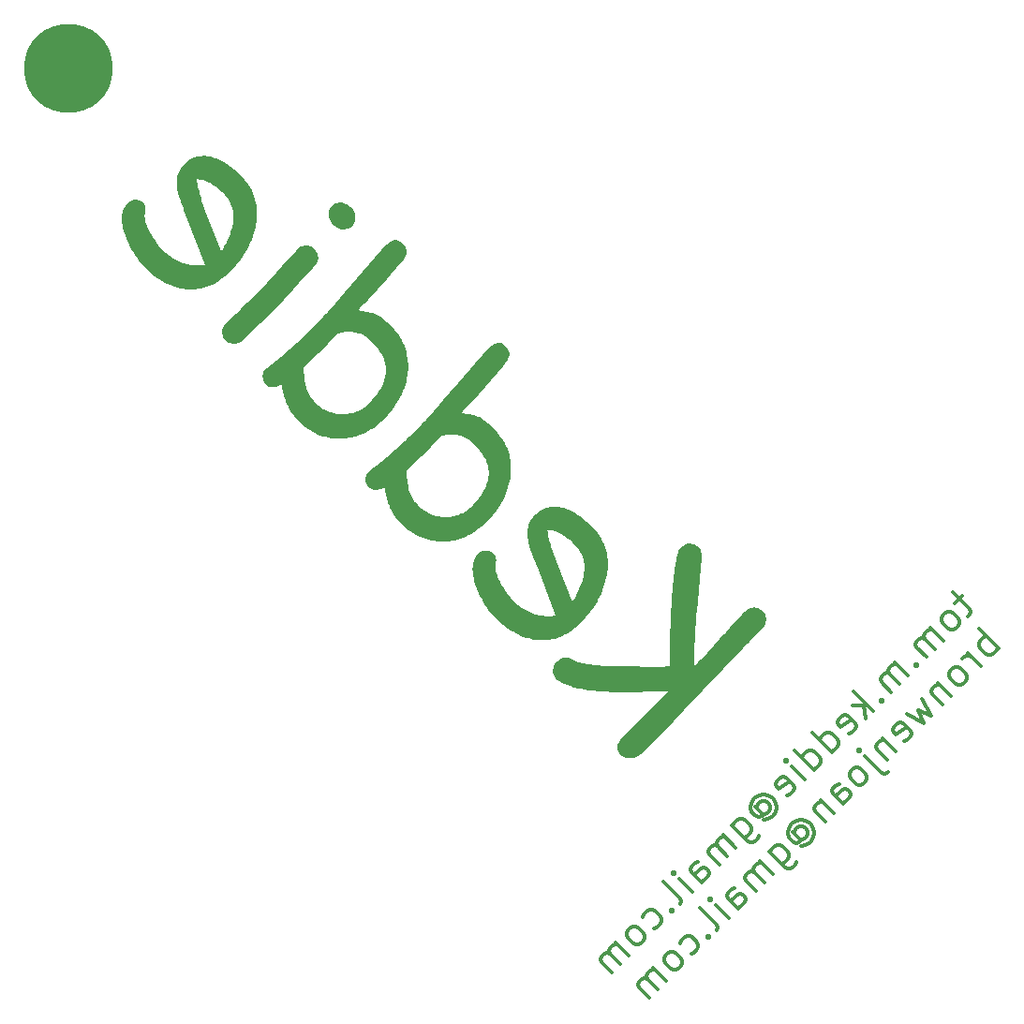
<source format=gbl>
G04 #@! TF.GenerationSoftware,KiCad,Pcbnew,7.0.7*
G04 #@! TF.CreationDate,2023-09-12T20:46:12-07:00*
G04 #@! TF.ProjectId,baggage-label,62616767-6167-4652-9d6c-6162656c2e6b,rev?*
G04 #@! TF.SameCoordinates,Original*
G04 #@! TF.FileFunction,Copper,L2,Bot*
G04 #@! TF.FilePolarity,Positive*
%FSLAX46Y46*%
G04 Gerber Fmt 4.6, Leading zero omitted, Abs format (unit mm)*
G04 Created by KiCad (PCBNEW 7.0.7) date 2023-09-12 20:46:12*
%MOMM*%
%LPD*%
G01*
G04 APERTURE LIST*
%ADD10C,0.150000*%
G04 #@! TA.AperFunction,NonConductor*
%ADD11C,0.150000*%
G04 #@! TD*
%ADD12C,0.300000*%
G04 #@! TA.AperFunction,NonConductor*
%ADD13C,0.300000*%
G04 #@! TD*
G04 #@! TA.AperFunction,ViaPad*
%ADD14C,8.010000*%
G04 #@! TD*
G04 APERTURE END LIST*
D10*
D11*
G36*
X104014127Y-115111908D02*
G01*
X104174096Y-115255427D01*
X104358330Y-115390310D01*
X104566829Y-115516558D01*
X104799593Y-115634170D01*
X105056622Y-115743148D01*
X105337917Y-115843490D01*
X105487664Y-115890423D01*
X105643477Y-115935197D01*
X105805356Y-115977812D01*
X105973302Y-116018268D01*
X106147313Y-116056566D01*
X106327392Y-116092704D01*
X106513536Y-116126684D01*
X106705747Y-116158505D01*
X106904024Y-116188167D01*
X107108367Y-116215671D01*
X107318777Y-116241015D01*
X107535253Y-116264201D01*
X107757795Y-116285228D01*
X107986403Y-116304096D01*
X108221078Y-116320805D01*
X108461819Y-116335356D01*
X108708626Y-116347747D01*
X108961500Y-116357980D01*
X109220440Y-116366054D01*
X109485446Y-116371969D01*
X114185806Y-116319467D01*
X114075275Y-116429999D01*
X109960732Y-120561121D01*
X109827422Y-120706331D01*
X109719711Y-120849744D01*
X109637597Y-120991360D01*
X109567932Y-121177386D01*
X109543775Y-121360217D01*
X109565126Y-121539852D01*
X109631984Y-121716293D01*
X109744351Y-121889538D01*
X109858491Y-122017376D01*
X110001850Y-122141576D01*
X110155598Y-122237845D01*
X110319736Y-122306186D01*
X110494264Y-122346596D01*
X110679180Y-122359077D01*
X110874486Y-122343628D01*
X110955518Y-122329628D01*
X111120789Y-122290135D01*
X111278100Y-122237284D01*
X111427450Y-122171076D01*
X111568839Y-122091510D01*
X111702268Y-121998586D01*
X111827736Y-121892304D01*
X111875694Y-121846052D01*
X111992392Y-121729143D01*
X112112441Y-121608462D01*
X112235842Y-121484009D01*
X112362595Y-121355783D01*
X112492699Y-121223785D01*
X112626155Y-121088014D01*
X112762962Y-120948470D01*
X112903121Y-120805154D01*
X113046631Y-120658065D01*
X113193493Y-120507204D01*
X113343707Y-120352570D01*
X113497272Y-120194164D01*
X113654188Y-120031985D01*
X113814457Y-119866034D01*
X113978076Y-119696310D01*
X114145048Y-119522814D01*
X114315371Y-119345545D01*
X114489045Y-119164503D01*
X114666072Y-118979689D01*
X114846449Y-118791102D01*
X115030178Y-118598743D01*
X115217259Y-118402612D01*
X115407692Y-118202707D01*
X115601476Y-117999031D01*
X115798611Y-117791581D01*
X115999098Y-117580359D01*
X116202937Y-117365365D01*
X116410127Y-117146598D01*
X116620669Y-116924059D01*
X116834563Y-116697747D01*
X117051807Y-116467662D01*
X117272404Y-116233805D01*
X117492995Y-115999613D01*
X117710224Y-115769215D01*
X117924090Y-115542612D01*
X118134594Y-115319803D01*
X118341736Y-115100787D01*
X118545515Y-114885566D01*
X118745932Y-114674139D01*
X118942987Y-114466507D01*
X119136679Y-114262668D01*
X119327009Y-114062623D01*
X119513977Y-113866373D01*
X119697582Y-113673917D01*
X119877824Y-113485255D01*
X120054705Y-113300386D01*
X120228223Y-113119313D01*
X120398379Y-112942033D01*
X120565172Y-112768547D01*
X120728603Y-112598856D01*
X120888671Y-112432958D01*
X121045378Y-112270855D01*
X121198721Y-112112546D01*
X121348703Y-111958031D01*
X121495322Y-111807310D01*
X121638579Y-111660383D01*
X121778473Y-111517251D01*
X121915005Y-111377912D01*
X122048175Y-111242368D01*
X122177982Y-111110618D01*
X122304427Y-110982661D01*
X122427509Y-110858500D01*
X122547230Y-110738132D01*
X122663587Y-110621558D01*
X122778642Y-110490960D01*
X122870964Y-110352007D01*
X122940554Y-110204700D01*
X122987411Y-110049038D01*
X123011536Y-109885022D01*
X123014526Y-109828493D01*
X123008697Y-109661141D01*
X122978775Y-109503115D01*
X122924762Y-109354416D01*
X122846656Y-109215042D01*
X122744457Y-109084995D01*
X122705037Y-109043718D01*
X122575281Y-108930671D01*
X122436782Y-108842300D01*
X122289539Y-108778604D01*
X122133553Y-108739583D01*
X121968825Y-108725238D01*
X121911972Y-108725939D01*
X121745171Y-108742487D01*
X121586724Y-108781767D01*
X121436632Y-108843779D01*
X121294894Y-108928523D01*
X121161511Y-109036000D01*
X121118907Y-109076878D01*
X120969228Y-109228160D01*
X120806191Y-109396005D01*
X120690079Y-109517105D01*
X120568030Y-109645565D01*
X120440044Y-109781388D01*
X120306121Y-109924571D01*
X120166262Y-110075117D01*
X120020466Y-110233024D01*
X119868733Y-110398293D01*
X119711064Y-110570923D01*
X119547457Y-110750915D01*
X119377914Y-110938268D01*
X119202434Y-111132983D01*
X119021018Y-111335060D01*
X118833664Y-111544498D01*
X118653057Y-111747794D01*
X118477372Y-111944571D01*
X118306609Y-112134828D01*
X118140769Y-112318565D01*
X117979850Y-112495783D01*
X117823854Y-112666481D01*
X117672779Y-112830659D01*
X117526627Y-112988318D01*
X117385397Y-113139457D01*
X117249089Y-113284077D01*
X117117703Y-113422176D01*
X116991239Y-113553757D01*
X116869697Y-113678817D01*
X116753078Y-113797358D01*
X116641380Y-113909379D01*
X116534605Y-114014881D01*
X116533515Y-113753415D01*
X116534389Y-113485754D01*
X116537228Y-113211896D01*
X116542031Y-112931843D01*
X116548799Y-112645594D01*
X116557532Y-112353149D01*
X116568229Y-112054509D01*
X116580890Y-111749672D01*
X116595516Y-111438640D01*
X116603566Y-111280800D01*
X116612107Y-111121412D01*
X116621139Y-110960474D01*
X116630662Y-110797988D01*
X116640676Y-110633952D01*
X116651181Y-110468368D01*
X116662178Y-110301235D01*
X116673666Y-110132552D01*
X116685644Y-109962321D01*
X116698114Y-109790541D01*
X116711075Y-109617212D01*
X116724527Y-109442334D01*
X116738471Y-109265907D01*
X116752905Y-109087931D01*
X117206085Y-104174797D01*
X117212454Y-103999662D01*
X117200472Y-103836941D01*
X117161872Y-103658061D01*
X117096849Y-103497056D01*
X117005401Y-103353926D01*
X116929756Y-103268437D01*
X116807674Y-103163259D01*
X116673547Y-103079842D01*
X116527373Y-103018186D01*
X116369153Y-102978291D01*
X116198887Y-102960157D01*
X116139454Y-102958948D01*
X115962970Y-102970153D01*
X115796201Y-103005838D01*
X115639147Y-103066004D01*
X115491808Y-103150652D01*
X115354183Y-103259780D01*
X115310466Y-103301597D01*
X115213101Y-103434226D01*
X115119961Y-103633159D01*
X115060216Y-103802616D01*
X115002349Y-104001541D01*
X114946360Y-104229933D01*
X114892249Y-104487794D01*
X114840016Y-104775122D01*
X114814604Y-104929837D01*
X114789661Y-105091919D01*
X114765188Y-105261367D01*
X114741185Y-105438183D01*
X114717651Y-105622365D01*
X114694587Y-105813915D01*
X114671992Y-106012832D01*
X114649867Y-106219115D01*
X114628211Y-106432766D01*
X114607025Y-106653783D01*
X114586308Y-106882168D01*
X114566061Y-107117919D01*
X114546284Y-107361038D01*
X114526976Y-107611523D01*
X114508137Y-107869375D01*
X114489769Y-108134595D01*
X114478694Y-108318899D01*
X114467921Y-108503257D01*
X114457451Y-108687669D01*
X114447283Y-108872135D01*
X114437417Y-109056655D01*
X114427854Y-109241229D01*
X114418592Y-109425857D01*
X114409633Y-109610538D01*
X114400976Y-109795274D01*
X114392622Y-109980064D01*
X114384569Y-110164908D01*
X114376819Y-110349805D01*
X114369371Y-110534757D01*
X114362225Y-110719763D01*
X114355382Y-110904822D01*
X114348841Y-111089936D01*
X114342602Y-111275104D01*
X114336665Y-111460325D01*
X114331030Y-111645601D01*
X114325698Y-111830930D01*
X114320668Y-112016314D01*
X114315940Y-112201751D01*
X114311515Y-112387242D01*
X114307391Y-112572788D01*
X114303570Y-112758387D01*
X114300051Y-112944040D01*
X114296835Y-113129748D01*
X114293920Y-113315509D01*
X114291308Y-113501324D01*
X114288998Y-113687193D01*
X114286990Y-113873117D01*
X114285285Y-114059094D01*
X114036686Y-114065948D01*
X113773083Y-114071313D01*
X113494476Y-114075188D01*
X113200865Y-114077573D01*
X112892251Y-114078469D01*
X112732317Y-114078359D01*
X112568633Y-114077875D01*
X112401197Y-114077020D01*
X112230011Y-114075792D01*
X112055073Y-114074192D01*
X111876385Y-114072219D01*
X111693945Y-114069874D01*
X111507755Y-114067157D01*
X111317814Y-114064067D01*
X111124122Y-114060605D01*
X110926678Y-114056770D01*
X110725484Y-114052563D01*
X110520539Y-114047984D01*
X110311843Y-114043032D01*
X110099396Y-114037708D01*
X109883198Y-114032011D01*
X109663249Y-114025942D01*
X109439550Y-114019501D01*
X109212099Y-114012687D01*
X108980897Y-114005501D01*
X108745944Y-113997942D01*
X108507241Y-113990011D01*
X106998483Y-113868427D01*
X106802505Y-113841096D01*
X106609722Y-113806080D01*
X106420135Y-113763378D01*
X106233742Y-113712991D01*
X106050544Y-113654919D01*
X105870542Y-113589161D01*
X105693734Y-113515718D01*
X105520122Y-113434590D01*
X105368896Y-113366554D01*
X105173911Y-113302740D01*
X104986525Y-113269666D01*
X104806739Y-113267335D01*
X104634551Y-113295745D01*
X104469963Y-113354897D01*
X104312973Y-113444790D01*
X104163582Y-113565425D01*
X104127422Y-113600387D01*
X104019014Y-113724398D01*
X103928325Y-113861896D01*
X103855354Y-114012881D01*
X103800102Y-114177354D01*
X103776484Y-114277394D01*
X103755371Y-114459123D01*
X103764567Y-114629195D01*
X103804074Y-114787610D01*
X103873890Y-114934367D01*
X103974016Y-115069466D01*
X104014127Y-115111908D01*
G37*
G36*
X104001865Y-99617610D02*
G01*
X104183735Y-99631653D01*
X104368908Y-99658066D01*
X104557384Y-99696849D01*
X104749163Y-99748003D01*
X104906120Y-99798551D01*
X105063358Y-99856246D01*
X105220876Y-99921086D01*
X105378676Y-99993072D01*
X105536755Y-100072204D01*
X105695116Y-100158481D01*
X105853757Y-100251904D01*
X106012678Y-100352473D01*
X106171881Y-100460187D01*
X106331364Y-100575047D01*
X106491127Y-100697053D01*
X106651172Y-100826205D01*
X106811497Y-100962502D01*
X106972102Y-101105945D01*
X107132988Y-101256533D01*
X107294155Y-101414268D01*
X107403219Y-101526251D01*
X107608393Y-101754784D01*
X107796297Y-101989405D01*
X107966931Y-102230114D01*
X108120293Y-102476910D01*
X108256385Y-102729795D01*
X108375207Y-102988767D01*
X108476758Y-103253827D01*
X108561038Y-103524975D01*
X108628048Y-103802211D01*
X108677788Y-104085535D01*
X108710256Y-104374947D01*
X108725454Y-104670446D01*
X108723382Y-104972034D01*
X108704039Y-105279709D01*
X108687891Y-105435830D01*
X108667425Y-105593472D01*
X108642642Y-105752637D01*
X108587560Y-106044628D01*
X108519719Y-106334094D01*
X108439119Y-106621034D01*
X108345761Y-106905448D01*
X108239644Y-107187336D01*
X108120768Y-107466698D01*
X107989134Y-107743535D01*
X107844741Y-108017846D01*
X107767760Y-108154054D01*
X107687590Y-108289631D01*
X107604230Y-108424576D01*
X107517680Y-108558890D01*
X107427940Y-108692572D01*
X107335011Y-108825623D01*
X107238892Y-108958043D01*
X107139584Y-109089831D01*
X107037085Y-109220987D01*
X106931398Y-109351512D01*
X106822520Y-109481406D01*
X106710453Y-109610668D01*
X106595196Y-109739299D01*
X106476750Y-109867298D01*
X106355113Y-109994666D01*
X106230288Y-110121402D01*
X106009699Y-110332708D01*
X105785916Y-110528642D01*
X105558937Y-110709206D01*
X105328764Y-110874399D01*
X105095395Y-111024222D01*
X104858831Y-111158673D01*
X104619072Y-111277754D01*
X104376119Y-111381463D01*
X104129970Y-111469802D01*
X103880626Y-111542771D01*
X103628087Y-111600368D01*
X103372353Y-111642595D01*
X103113423Y-111669450D01*
X102851299Y-111680935D01*
X102585980Y-111677049D01*
X102317466Y-111657793D01*
X102072353Y-111625497D01*
X101828881Y-111581111D01*
X101587050Y-111524636D01*
X101346859Y-111456072D01*
X101108309Y-111375419D01*
X100871400Y-111282676D01*
X100636132Y-111177843D01*
X100402504Y-111060921D01*
X100170517Y-110931910D01*
X99940171Y-110790810D01*
X99711465Y-110637620D01*
X99484400Y-110472340D01*
X99258976Y-110294971D01*
X99035192Y-110105513D01*
X98813050Y-109903966D01*
X98592548Y-109690328D01*
X98453876Y-109547317D01*
X98319025Y-109399449D01*
X98187995Y-109246723D01*
X98060786Y-109089140D01*
X97937399Y-108926699D01*
X97817833Y-108759401D01*
X97702087Y-108587246D01*
X97590163Y-108410233D01*
X97482060Y-108228363D01*
X97377778Y-108041636D01*
X97277318Y-107850051D01*
X97180678Y-107653609D01*
X97087859Y-107452310D01*
X96998862Y-107246153D01*
X96913686Y-107035139D01*
X96832330Y-106819268D01*
X96746517Y-106568456D01*
X96673527Y-106326538D01*
X96613361Y-106093515D01*
X96566018Y-105869386D01*
X96531498Y-105654151D01*
X96509802Y-105447811D01*
X96500930Y-105250365D01*
X96504880Y-105061814D01*
X96521654Y-104882157D01*
X96551252Y-104711394D01*
X96593673Y-104549525D01*
X96648917Y-104396551D01*
X96716984Y-104252471D01*
X96797876Y-104117286D01*
X96891590Y-103990995D01*
X96998128Y-103873598D01*
X97091443Y-103790807D01*
X97233871Y-103698474D01*
X97390051Y-103633645D01*
X97559983Y-103596319D01*
X97716584Y-103586216D01*
X97821200Y-103589799D01*
X97992435Y-103616642D01*
X98148597Y-103669665D01*
X98289684Y-103748869D01*
X98415697Y-103854255D01*
X98514236Y-103980967D01*
X98581883Y-104133132D01*
X98618637Y-104310749D01*
X98625667Y-104478206D01*
X98611243Y-104663338D01*
X98584258Y-104824171D01*
X98570484Y-104908688D01*
X98561849Y-105089511D01*
X98578429Y-105286051D01*
X98607411Y-105443769D01*
X98650577Y-105610327D01*
X98707926Y-105785726D01*
X98779458Y-105969965D01*
X98865174Y-106163045D01*
X98965074Y-106364965D01*
X99039553Y-106504490D01*
X99120336Y-106647944D01*
X99219864Y-106816607D01*
X99319488Y-106978567D01*
X99419209Y-107133824D01*
X99519028Y-107282378D01*
X99618943Y-107424229D01*
X99718956Y-107559377D01*
X99819066Y-107687821D01*
X99919273Y-107809563D01*
X100053034Y-107961457D01*
X100186967Y-108101435D01*
X100295124Y-108207153D01*
X100458817Y-108358038D01*
X100624258Y-108499695D01*
X100791448Y-108632122D01*
X100960387Y-108755321D01*
X101131074Y-108869291D01*
X101303510Y-108974031D01*
X101477695Y-109069543D01*
X101653628Y-109155826D01*
X101831310Y-109232879D01*
X102010740Y-109300704D01*
X102131310Y-109340146D01*
X102313542Y-109391780D01*
X102497425Y-109434379D01*
X102682960Y-109467943D01*
X102870146Y-109492472D01*
X103058983Y-109507967D01*
X103249472Y-109514428D01*
X103441613Y-109511853D01*
X103635405Y-109500244D01*
X103830849Y-109479600D01*
X104027944Y-109449922D01*
X102364442Y-105177872D01*
X102277614Y-104956506D01*
X102195363Y-104744208D01*
X102117688Y-104540976D01*
X102044591Y-104346812D01*
X101976070Y-104161714D01*
X101912125Y-103985684D01*
X101852758Y-103818721D01*
X101797967Y-103660825D01*
X101724362Y-103440981D01*
X101661054Y-103241538D01*
X101608044Y-103062496D01*
X101565332Y-102903855D01*
X101524401Y-102724068D01*
X101510719Y-102629625D01*
X101489347Y-102445046D01*
X101475962Y-102266209D01*
X101470565Y-102093115D01*
X101473156Y-101925763D01*
X101483734Y-101764154D01*
X101490953Y-101709940D01*
X103251459Y-101709940D01*
X103281469Y-101918976D01*
X103322797Y-102145061D01*
X103356636Y-102305257D01*
X103395506Y-102473030D01*
X103439406Y-102648380D01*
X103488335Y-102831308D01*
X103542295Y-103021813D01*
X103601285Y-103219896D01*
X103665305Y-103425556D01*
X103734355Y-103638794D01*
X103808435Y-103859609D01*
X103887545Y-104088001D01*
X103971685Y-104323972D01*
X104060855Y-104567519D01*
X104155055Y-104818644D01*
X105486962Y-108256180D01*
X105615649Y-108047616D01*
X105736436Y-107841945D01*
X105849320Y-107639167D01*
X105954304Y-107439281D01*
X106051386Y-107242289D01*
X106140567Y-107048189D01*
X106221847Y-106856982D01*
X106295225Y-106668668D01*
X106360702Y-106483247D01*
X106418278Y-106300719D01*
X106467952Y-106121083D01*
X106509726Y-105944340D01*
X106543598Y-105770490D01*
X106569568Y-105599533D01*
X106587638Y-105431469D01*
X106597806Y-105266297D01*
X106600461Y-105103652D01*
X106595301Y-104943856D01*
X106582327Y-104786909D01*
X106548212Y-104556833D01*
X106496514Y-104333168D01*
X106427232Y-104115915D01*
X106340366Y-103905074D01*
X106235917Y-103700644D01*
X106113884Y-103502626D01*
X106022760Y-103374176D01*
X105923821Y-103248576D01*
X105817068Y-103125825D01*
X105702499Y-103005924D01*
X105551738Y-102859675D01*
X105400652Y-102722125D01*
X105249243Y-102593276D01*
X105097511Y-102473127D01*
X104945454Y-102361678D01*
X104793073Y-102258929D01*
X104640369Y-102164879D01*
X104487341Y-102079530D01*
X104333989Y-102002881D01*
X104180313Y-101934933D01*
X104026314Y-101875684D01*
X103871990Y-101825135D01*
X103717343Y-101783286D01*
X103562372Y-101750137D01*
X103407077Y-101725689D01*
X103251459Y-101709940D01*
X101490953Y-101709940D01*
X101514578Y-101532507D01*
X101563395Y-101313780D01*
X101630183Y-101107974D01*
X101714944Y-100915089D01*
X101817677Y-100735124D01*
X101938382Y-100568080D01*
X102077059Y-100413956D01*
X102219293Y-100279558D01*
X102364830Y-100157531D01*
X102513670Y-100047874D01*
X102665813Y-99950586D01*
X102821259Y-99865669D01*
X102980008Y-99793122D01*
X103142060Y-99732945D01*
X103307415Y-99685138D01*
X103476073Y-99649701D01*
X103648034Y-99626634D01*
X103823298Y-99615937D01*
X104001865Y-99617610D01*
G37*
G36*
X99071806Y-84849884D02*
G01*
X99251420Y-84935546D01*
X99385224Y-85029714D01*
X99518251Y-85149529D01*
X99589578Y-85226210D01*
X99704255Y-85383718D01*
X99781627Y-85546752D01*
X99821695Y-85715313D01*
X99824458Y-85889400D01*
X99789917Y-86069014D01*
X99718071Y-86254155D01*
X99639706Y-86396637D01*
X99540357Y-86542228D01*
X99409964Y-86709602D01*
X99262646Y-86893253D01*
X99098403Y-87093181D01*
X98917234Y-87309387D01*
X98719141Y-87541871D01*
X98613747Y-87664217D01*
X98504122Y-87790632D01*
X98390266Y-87921117D01*
X98272178Y-88055671D01*
X98149860Y-88194294D01*
X98023309Y-88336987D01*
X97892528Y-88483749D01*
X97757515Y-88634580D01*
X97618271Y-88789481D01*
X97474796Y-88948451D01*
X97327089Y-89111491D01*
X97175151Y-89278600D01*
X97018982Y-89449779D01*
X96858582Y-89625026D01*
X96693950Y-89804343D01*
X96525087Y-89987730D01*
X96351992Y-90175186D01*
X96174667Y-90366711D01*
X95993110Y-90562306D01*
X95807322Y-90761970D01*
X95617302Y-90965703D01*
X95423051Y-91173506D01*
X96688639Y-91366937D01*
X96833866Y-91412410D01*
X96981473Y-91470074D01*
X97131459Y-91539931D01*
X97283826Y-91621980D01*
X97438573Y-91716221D01*
X97595701Y-91822653D01*
X97755208Y-91941278D01*
X97917095Y-92072094D01*
X98081363Y-92215103D01*
X98248010Y-92370303D01*
X98360431Y-92480544D01*
X98572309Y-92702222D01*
X98769269Y-92928586D01*
X98951311Y-93159633D01*
X99118437Y-93395366D01*
X99270644Y-93635783D01*
X99407935Y-93880885D01*
X99530308Y-94130672D01*
X99637763Y-94385143D01*
X99730301Y-94644299D01*
X99807921Y-94908139D01*
X99870624Y-95176664D01*
X99918410Y-95449874D01*
X99951278Y-95727768D01*
X99969228Y-96010347D01*
X99972262Y-96297611D01*
X99960377Y-96589559D01*
X99948822Y-96736440D01*
X99914411Y-97028615D01*
X99864930Y-97318675D01*
X99800382Y-97606618D01*
X99720764Y-97892446D01*
X99626078Y-98176159D01*
X99516324Y-98457755D01*
X99391501Y-98737237D01*
X99251609Y-99014602D01*
X99176012Y-99152491D01*
X99096649Y-99289852D01*
X99013518Y-99426683D01*
X98926620Y-99562986D01*
X98835955Y-99698760D01*
X98741522Y-99834005D01*
X98643323Y-99968720D01*
X98541357Y-100102907D01*
X98435623Y-100236566D01*
X98326122Y-100369695D01*
X98212854Y-100502295D01*
X98095819Y-100634366D01*
X97975016Y-100765909D01*
X97850447Y-100896922D01*
X97722110Y-101027407D01*
X97505095Y-101235917D01*
X97284431Y-101431063D01*
X97060118Y-101612847D01*
X96832158Y-101781268D01*
X96600548Y-101936325D01*
X96365291Y-102078019D01*
X96126385Y-102206350D01*
X95883830Y-102321319D01*
X95637627Y-102422923D01*
X95387776Y-102511165D01*
X95134276Y-102586044D01*
X94877128Y-102647560D01*
X94616332Y-102695712D01*
X94351887Y-102730502D01*
X94083794Y-102751928D01*
X93812052Y-102759991D01*
X93547780Y-102756051D01*
X93287588Y-102739396D01*
X93031476Y-102710025D01*
X92779444Y-102667939D01*
X92531492Y-102613137D01*
X92287621Y-102545620D01*
X92047830Y-102465388D01*
X91812119Y-102372439D01*
X91580488Y-102266776D01*
X91352937Y-102148397D01*
X91129467Y-102017302D01*
X90910077Y-101873492D01*
X90694767Y-101716967D01*
X90483537Y-101547726D01*
X90276387Y-101365770D01*
X90073317Y-101171098D01*
X89992577Y-101088523D01*
X89875677Y-100961989D01*
X89763828Y-100832249D01*
X89657032Y-100699304D01*
X89555286Y-100563152D01*
X89458593Y-100423795D01*
X89366951Y-100281232D01*
X89280360Y-100135463D01*
X89198821Y-99986488D01*
X89122334Y-99834307D01*
X89050899Y-99678920D01*
X89005488Y-99574077D01*
X88940651Y-99414829D01*
X88879748Y-99253200D01*
X88822779Y-99089192D01*
X88769745Y-98922804D01*
X88720645Y-98754035D01*
X88675480Y-98582886D01*
X88634249Y-98409357D01*
X88596953Y-98233448D01*
X88563591Y-98055159D01*
X88534163Y-97874490D01*
X88419854Y-97930166D01*
X88254947Y-97999675D01*
X88097909Y-98052377D01*
X87900765Y-98096504D01*
X87717610Y-98110752D01*
X87548445Y-98095122D01*
X87393269Y-98049614D01*
X87252082Y-97974228D01*
X87124884Y-97868964D01*
X87057313Y-97795089D01*
X86959634Y-97656042D01*
X86888137Y-97504565D01*
X86842821Y-97340659D01*
X86823685Y-97164324D01*
X86826465Y-97035766D01*
X86857104Y-96864852D01*
X86918949Y-96704517D01*
X86983777Y-96600181D01*
X90537550Y-96600181D01*
X90545840Y-96763647D01*
X90553105Y-96830678D01*
X90575027Y-97023742D01*
X90597145Y-97204759D01*
X90619456Y-97373730D01*
X90641962Y-97530655D01*
X90672272Y-97721149D01*
X90702927Y-97890228D01*
X90741732Y-98071461D01*
X90789010Y-98244771D01*
X90851054Y-98414325D01*
X90926656Y-98583102D01*
X91015816Y-98751102D01*
X91118533Y-98918324D01*
X91234807Y-99084769D01*
X91330909Y-99209093D01*
X91434638Y-99332980D01*
X91545993Y-99456429D01*
X91664974Y-99579442D01*
X91785900Y-99694971D01*
X91910345Y-99803225D01*
X92038310Y-99904204D01*
X92169793Y-99997908D01*
X92304795Y-100084336D01*
X92443315Y-100163489D01*
X92585355Y-100235367D01*
X92730914Y-100299970D01*
X92879991Y-100357298D01*
X93032587Y-100407350D01*
X93188703Y-100450127D01*
X93348337Y-100485629D01*
X93511490Y-100513855D01*
X93678162Y-100534807D01*
X93848352Y-100548483D01*
X94022062Y-100554884D01*
X94195459Y-100553481D01*
X94365401Y-100544435D01*
X94531889Y-100527747D01*
X94694924Y-100503418D01*
X94854504Y-100471445D01*
X95010630Y-100431831D01*
X95163302Y-100384574D01*
X95312520Y-100329676D01*
X95458283Y-100267134D01*
X95600593Y-100196951D01*
X95739448Y-100119126D01*
X95874850Y-100033658D01*
X96006797Y-99940548D01*
X96135290Y-99839796D01*
X96260329Y-99731401D01*
X96381914Y-99615364D01*
X96562272Y-99429911D01*
X96731686Y-99245213D01*
X96890154Y-99061270D01*
X97037677Y-98878084D01*
X97174255Y-98695652D01*
X97299888Y-98513977D01*
X97414575Y-98333056D01*
X97518318Y-98152892D01*
X97611115Y-97973483D01*
X97692966Y-97794830D01*
X97763873Y-97616932D01*
X97823834Y-97439790D01*
X97872850Y-97263403D01*
X97910921Y-97087772D01*
X97938047Y-96912897D01*
X97954227Y-96738777D01*
X97959829Y-96565024D01*
X97954529Y-96391941D01*
X97938327Y-96219526D01*
X97911223Y-96047781D01*
X97873217Y-95876705D01*
X97824309Y-95706299D01*
X97764499Y-95536561D01*
X97693787Y-95367493D01*
X97612172Y-95199094D01*
X97519656Y-95031365D01*
X97416238Y-94864304D01*
X97301917Y-94697913D01*
X97176695Y-94532191D01*
X97040570Y-94367138D01*
X96893544Y-94202755D01*
X96735615Y-94039040D01*
X96649877Y-93955656D01*
X96519692Y-93837825D01*
X96387613Y-93728688D01*
X96253639Y-93628246D01*
X96117771Y-93536499D01*
X95980008Y-93453446D01*
X95840352Y-93379089D01*
X95651196Y-93293470D01*
X95458672Y-93223308D01*
X95262780Y-93168603D01*
X95163248Y-93146724D01*
X94961786Y-93114687D01*
X94757130Y-93098280D01*
X94549279Y-93097503D01*
X94391293Y-93107177D01*
X94231511Y-93125643D01*
X94069931Y-93152901D01*
X93906554Y-93188950D01*
X93741380Y-93233792D01*
X93574409Y-93287425D01*
X92712261Y-94177205D01*
X91858404Y-95047642D01*
X90551367Y-96310467D01*
X90540875Y-96443510D01*
X90537550Y-96600181D01*
X86983777Y-96600181D01*
X87011999Y-96554759D01*
X87116594Y-96434815D01*
X87181389Y-96374581D01*
X87307262Y-96271781D01*
X87405491Y-96203133D01*
X87607923Y-96057045D01*
X87818322Y-95899235D01*
X88036687Y-95729703D01*
X88263018Y-95548448D01*
X88497315Y-95355471D01*
X88617451Y-95254587D01*
X88739578Y-95150772D01*
X88863697Y-95044026D01*
X88989807Y-94934350D01*
X89117909Y-94821743D01*
X89248002Y-94706206D01*
X89380087Y-94587737D01*
X89514163Y-94466339D01*
X89650231Y-94342010D01*
X89788291Y-94214750D01*
X89928341Y-94084559D01*
X90070384Y-93951438D01*
X90214418Y-93815386D01*
X90360443Y-93676404D01*
X90508460Y-93534491D01*
X90658469Y-93389648D01*
X90810469Y-93241874D01*
X90964460Y-93091169D01*
X91120443Y-92937534D01*
X91278418Y-92780968D01*
X91438384Y-92621471D01*
X91580315Y-92478806D01*
X91721492Y-92335428D01*
X91861912Y-92191337D01*
X92001577Y-92046534D01*
X92140487Y-91901019D01*
X92278640Y-91754791D01*
X92416039Y-91607850D01*
X92552681Y-91460198D01*
X92688568Y-91311833D01*
X92823700Y-91162755D01*
X92958076Y-91012965D01*
X93091696Y-90862463D01*
X93224561Y-90711248D01*
X93356670Y-90559321D01*
X93488023Y-90406682D01*
X93618621Y-90253330D01*
X93826740Y-90007130D01*
X94030384Y-89766613D01*
X94229554Y-89531779D01*
X94424251Y-89302628D01*
X94614472Y-89079160D01*
X94800220Y-88861375D01*
X94981494Y-88649274D01*
X95158293Y-88442855D01*
X95330619Y-88242120D01*
X95498470Y-88047068D01*
X95661847Y-87857698D01*
X95820749Y-87674012D01*
X95975178Y-87496009D01*
X96125133Y-87323689D01*
X96270613Y-87157053D01*
X96411619Y-86996099D01*
X96548151Y-86840828D01*
X96680209Y-86691241D01*
X96807793Y-86547337D01*
X96930902Y-86409115D01*
X97049538Y-86276577D01*
X97163699Y-86149722D01*
X97378599Y-85913061D01*
X97575602Y-85699133D01*
X97754709Y-85507937D01*
X97915919Y-85339473D01*
X98059232Y-85193742D01*
X98199771Y-85065637D01*
X98339534Y-84963179D01*
X98524674Y-84866464D01*
X98708433Y-84815343D01*
X98890810Y-84809817D01*
X99071806Y-84849884D01*
G37*
G36*
X89776091Y-75554169D02*
G01*
X89955705Y-75639831D01*
X90089508Y-75733999D01*
X90222535Y-75853813D01*
X90293862Y-75930495D01*
X90408539Y-76088002D01*
X90485911Y-76251037D01*
X90525979Y-76419597D01*
X90528742Y-76593685D01*
X90494201Y-76773299D01*
X90422356Y-76958439D01*
X90343990Y-77100922D01*
X90244641Y-77246513D01*
X90114248Y-77413886D01*
X89966930Y-77597537D01*
X89802687Y-77797466D01*
X89621519Y-78013672D01*
X89423425Y-78246155D01*
X89318032Y-78368501D01*
X89208407Y-78494916D01*
X89094550Y-78625401D01*
X88976463Y-78759955D01*
X88854144Y-78898578D01*
X88727594Y-79041271D01*
X88596812Y-79188033D01*
X88461800Y-79338865D01*
X88322556Y-79493766D01*
X88179080Y-79652736D01*
X88031374Y-79815776D01*
X87879436Y-79982885D01*
X87723267Y-80154063D01*
X87562866Y-80329311D01*
X87398234Y-80508628D01*
X87229371Y-80692014D01*
X87056277Y-80879470D01*
X86878951Y-81070996D01*
X86697394Y-81266590D01*
X86511606Y-81466254D01*
X86321586Y-81669988D01*
X86127336Y-81877791D01*
X87392924Y-82071221D01*
X87538150Y-82116694D01*
X87685757Y-82174359D01*
X87835744Y-82244216D01*
X87988111Y-82326264D01*
X88142858Y-82420505D01*
X88299985Y-82526938D01*
X88459492Y-82645562D01*
X88621380Y-82776379D01*
X88785647Y-82919387D01*
X88952295Y-83074588D01*
X89064715Y-83184828D01*
X89276593Y-83406507D01*
X89473553Y-83632870D01*
X89655596Y-83863918D01*
X89822721Y-84099650D01*
X89974929Y-84340068D01*
X90112219Y-84585170D01*
X90234592Y-84834956D01*
X90342047Y-85089427D01*
X90434585Y-85348583D01*
X90512206Y-85612424D01*
X90574909Y-85880949D01*
X90622694Y-86154158D01*
X90655562Y-86432053D01*
X90673513Y-86714632D01*
X90676546Y-87001895D01*
X90664662Y-87293844D01*
X90653107Y-87440725D01*
X90618695Y-87732900D01*
X90569215Y-88022959D01*
X90504666Y-88310903D01*
X90425049Y-88596731D01*
X90330363Y-88880443D01*
X90220608Y-89162040D01*
X90095785Y-89441521D01*
X89955893Y-89718886D01*
X89880297Y-89856776D01*
X89800933Y-89994136D01*
X89717802Y-90130968D01*
X89630904Y-90267270D01*
X89540239Y-90403044D01*
X89445807Y-90538289D01*
X89347608Y-90673005D01*
X89245641Y-90807192D01*
X89139907Y-90940850D01*
X89030406Y-91073979D01*
X88917138Y-91206579D01*
X88800103Y-91338651D01*
X88679301Y-91470193D01*
X88554732Y-91601207D01*
X88426395Y-91731691D01*
X88209379Y-91940201D01*
X87988715Y-92135348D01*
X87764403Y-92317132D01*
X87536442Y-92485552D01*
X87304833Y-92640609D01*
X87069575Y-92782304D01*
X86830669Y-92910635D01*
X86588115Y-93025603D01*
X86341912Y-93127208D01*
X86092061Y-93215450D01*
X85838561Y-93290329D01*
X85581413Y-93351844D01*
X85320616Y-93399997D01*
X85056171Y-93434786D01*
X84788078Y-93456212D01*
X84516336Y-93464276D01*
X84252064Y-93460336D01*
X83991872Y-93443680D01*
X83735760Y-93414310D01*
X83483728Y-93372223D01*
X83235777Y-93317422D01*
X82991906Y-93249905D01*
X82752114Y-93169672D01*
X82516403Y-93076724D01*
X82284773Y-92971060D01*
X82057222Y-92852681D01*
X81833751Y-92721587D01*
X81614361Y-92577777D01*
X81399051Y-92421252D01*
X81187821Y-92252011D01*
X80980671Y-92070054D01*
X80777602Y-91875383D01*
X80696862Y-91792808D01*
X80579961Y-91666274D01*
X80468113Y-91536534D01*
X80361316Y-91403588D01*
X80259571Y-91267437D01*
X80162877Y-91128079D01*
X80071235Y-90985516D01*
X79984645Y-90839747D01*
X79903106Y-90690772D01*
X79826619Y-90538591D01*
X79755183Y-90383205D01*
X79709773Y-90278361D01*
X79644935Y-90119113D01*
X79584032Y-89957485D01*
X79527063Y-89793476D01*
X79474029Y-89627088D01*
X79424930Y-89458319D01*
X79379764Y-89287171D01*
X79338533Y-89113642D01*
X79301237Y-88937733D01*
X79267875Y-88759444D01*
X79238448Y-88578775D01*
X79124138Y-88634451D01*
X78959231Y-88703959D01*
X78802193Y-88756662D01*
X78605049Y-88800788D01*
X78421895Y-88815036D01*
X78252730Y-88799406D01*
X78097553Y-88753898D01*
X77956366Y-88678512D01*
X77829169Y-88573248D01*
X77761598Y-88499373D01*
X77663919Y-88360326D01*
X77592421Y-88208850D01*
X77547105Y-88044944D01*
X77527970Y-87868609D01*
X77530749Y-87740051D01*
X77561388Y-87569137D01*
X77623233Y-87408801D01*
X77688062Y-87304465D01*
X81241835Y-87304465D01*
X81250125Y-87467931D01*
X81257389Y-87534963D01*
X81279312Y-87728026D01*
X81301429Y-87909043D01*
X81323740Y-88078014D01*
X81346246Y-88234939D01*
X81376556Y-88425434D01*
X81407211Y-88594513D01*
X81446016Y-88775746D01*
X81493294Y-88949056D01*
X81555339Y-89118610D01*
X81630941Y-89287387D01*
X81720100Y-89455386D01*
X81822817Y-89622608D01*
X81939091Y-89789054D01*
X82035194Y-89913377D01*
X82138923Y-90037264D01*
X82250277Y-90160714D01*
X82369258Y-90283726D01*
X82490184Y-90399255D01*
X82614630Y-90507510D01*
X82742594Y-90608489D01*
X82874077Y-90702192D01*
X83009079Y-90788621D01*
X83147600Y-90867774D01*
X83289639Y-90939652D01*
X83435198Y-91004255D01*
X83584276Y-91061582D01*
X83736872Y-91111634D01*
X83892987Y-91154411D01*
X84052621Y-91189913D01*
X84215774Y-91218140D01*
X84382446Y-91239091D01*
X84552637Y-91252767D01*
X84726346Y-91259168D01*
X84899743Y-91257765D01*
X85069686Y-91248720D01*
X85236174Y-91232032D01*
X85399208Y-91207702D01*
X85558788Y-91175730D01*
X85714914Y-91136115D01*
X85867586Y-91088859D01*
X86016804Y-91033960D01*
X86162568Y-90971419D01*
X86304877Y-90901236D01*
X86443733Y-90823410D01*
X86579134Y-90737942D01*
X86711081Y-90644832D01*
X86839574Y-90544080D01*
X86964613Y-90435686D01*
X87086198Y-90319649D01*
X87266557Y-90134195D01*
X87435970Y-89949497D01*
X87594439Y-89765555D01*
X87741962Y-89582368D01*
X87878540Y-89399937D01*
X88004172Y-89218261D01*
X88118860Y-89037341D01*
X88222602Y-88857176D01*
X88315399Y-88677768D01*
X88397251Y-88499114D01*
X88468157Y-88321216D01*
X88528119Y-88144074D01*
X88577135Y-87967688D01*
X88615206Y-87792057D01*
X88642331Y-87617181D01*
X88658511Y-87443062D01*
X88664114Y-87269309D01*
X88658814Y-87096225D01*
X88642612Y-86923811D01*
X88615508Y-86752066D01*
X88577502Y-86580990D01*
X88528594Y-86410583D01*
X88468783Y-86240846D01*
X88398071Y-86071778D01*
X88316457Y-85903379D01*
X88223941Y-85735649D01*
X88120522Y-85568589D01*
X88006202Y-85402197D01*
X87880979Y-85236475D01*
X87744855Y-85071423D01*
X87597828Y-84907039D01*
X87439900Y-84743325D01*
X87354162Y-84659940D01*
X87223977Y-84542109D01*
X87091897Y-84432973D01*
X86957924Y-84332531D01*
X86822055Y-84240783D01*
X86684293Y-84157731D01*
X86544636Y-84083373D01*
X86355480Y-83997754D01*
X86162956Y-83927592D01*
X85967065Y-83872888D01*
X85867532Y-83851008D01*
X85666071Y-83818971D01*
X85461415Y-83802564D01*
X85253563Y-83801787D01*
X85095578Y-83811461D01*
X84935795Y-83829927D01*
X84774216Y-83857185D01*
X84610839Y-83893235D01*
X84445664Y-83938076D01*
X84278693Y-83991709D01*
X83416546Y-84881490D01*
X82562689Y-85751927D01*
X81255651Y-87014751D01*
X81245159Y-87147794D01*
X81241835Y-87304465D01*
X77688062Y-87304465D01*
X77716284Y-87259044D01*
X77820879Y-87139099D01*
X77885673Y-87078866D01*
X78011546Y-86976065D01*
X78109775Y-86907417D01*
X78312208Y-86761330D01*
X78522607Y-86603520D01*
X78740971Y-86433988D01*
X78967302Y-86252733D01*
X79201599Y-86059756D01*
X79321735Y-85958871D01*
X79443862Y-85855056D01*
X79567981Y-85748311D01*
X79694091Y-85638634D01*
X79822193Y-85526027D01*
X79952287Y-85410490D01*
X80084371Y-85292022D01*
X80218448Y-85170623D01*
X80354516Y-85046294D01*
X80492575Y-84919034D01*
X80632626Y-84788844D01*
X80774668Y-84655723D01*
X80918702Y-84519671D01*
X81064728Y-84380689D01*
X81212745Y-84238776D01*
X81362753Y-84093932D01*
X81514753Y-83946158D01*
X81668745Y-83795454D01*
X81824728Y-83641818D01*
X81982702Y-83485252D01*
X82142668Y-83325756D01*
X82284600Y-83183090D01*
X82425776Y-83039712D01*
X82566197Y-82895621D01*
X82705862Y-82750818D01*
X82844771Y-82605303D01*
X82982925Y-82459075D01*
X83120323Y-82312135D01*
X83256966Y-82164482D01*
X83392853Y-82016117D01*
X83527984Y-81867040D01*
X83662360Y-81717250D01*
X83795980Y-81566748D01*
X83928845Y-81415533D01*
X84060954Y-81263606D01*
X84192308Y-81110966D01*
X84322906Y-80957614D01*
X84531024Y-80711414D01*
X84734669Y-80470897D01*
X84933839Y-80236063D01*
X85128535Y-80006912D01*
X85318757Y-79783444D01*
X85504505Y-79565660D01*
X85685778Y-79353558D01*
X85862578Y-79147140D01*
X86034903Y-78946404D01*
X86202754Y-78751352D01*
X86366131Y-78561983D01*
X86525034Y-78378297D01*
X86679463Y-78200294D01*
X86829417Y-78027974D01*
X86974897Y-77861337D01*
X87115904Y-77700383D01*
X87252436Y-77545113D01*
X87384493Y-77395525D01*
X87512077Y-77251621D01*
X87635187Y-77113400D01*
X87753822Y-76980862D01*
X87867983Y-76854006D01*
X88082883Y-76617346D01*
X88279886Y-76403417D01*
X88458993Y-76212221D01*
X88620203Y-76043757D01*
X88763517Y-75898026D01*
X88904056Y-75769922D01*
X89043818Y-75667464D01*
X89228959Y-75570749D01*
X89412718Y-75519628D01*
X89595095Y-75514101D01*
X89776091Y-75554169D01*
G37*
G36*
X83905649Y-74135045D02*
G01*
X84025463Y-74243526D01*
X84151754Y-74335816D01*
X84311853Y-74425191D01*
X84481277Y-74491251D01*
X84660027Y-74533996D01*
X84784376Y-74549539D01*
X84967789Y-74550187D01*
X85138768Y-74525188D01*
X85297312Y-74474542D01*
X85443421Y-74398249D01*
X85577095Y-74296309D01*
X85618890Y-74256630D01*
X85729281Y-74127198D01*
X85813832Y-73985525D01*
X85872541Y-73831612D01*
X85905409Y-73665458D01*
X85912436Y-73487064D01*
X85909036Y-73424879D01*
X85888783Y-73269296D01*
X85842930Y-73091322D01*
X85773567Y-72922870D01*
X85680694Y-72763937D01*
X85585342Y-72638766D01*
X85497305Y-72543389D01*
X85377558Y-72435111D01*
X85225490Y-72327083D01*
X85064291Y-72242954D01*
X84893960Y-72182723D01*
X84714497Y-72146390D01*
X84621341Y-72137185D01*
X84439806Y-72136537D01*
X84270317Y-72161537D01*
X84112874Y-72212183D01*
X83967477Y-72288475D01*
X83834127Y-72390415D01*
X83792354Y-72430094D01*
X83681768Y-72559526D01*
X83596635Y-72701199D01*
X83536954Y-72855112D01*
X83502726Y-73021266D01*
X83493950Y-73199660D01*
X83496681Y-73261845D01*
X83522004Y-73444935D01*
X83571031Y-73619087D01*
X83643762Y-73784302D01*
X83740196Y-73940579D01*
X83838666Y-74063982D01*
X83905649Y-74135045D01*
G37*
G36*
X77102423Y-80236395D02*
G01*
X76976520Y-80361520D01*
X76835074Y-80500635D01*
X76718789Y-80614151D01*
X76593761Y-80735536D01*
X76459990Y-80864790D01*
X76317475Y-81001913D01*
X76166217Y-81146905D01*
X76006216Y-81299766D01*
X75837472Y-81460496D01*
X75720118Y-81572021D01*
X75659984Y-81629094D01*
X75540342Y-81742044D01*
X75424586Y-81851539D01*
X75258238Y-82009306D01*
X75100633Y-82159301D01*
X74951772Y-82301524D01*
X74811653Y-82435976D01*
X74680278Y-82562655D01*
X74557646Y-82681563D01*
X74443758Y-82792700D01*
X74305507Y-82928792D01*
X74212019Y-83021794D01*
X74093305Y-83155274D01*
X73998296Y-83294583D01*
X73926990Y-83439720D01*
X73879388Y-83590687D01*
X73855489Y-83747482D01*
X73852791Y-83801042D01*
X73861081Y-83959586D01*
X73902185Y-84136696D01*
X73964359Y-84281769D01*
X74051403Y-84420624D01*
X74163316Y-84553262D01*
X74184386Y-84574764D01*
X74312426Y-84687260D01*
X74447849Y-84776053D01*
X74590655Y-84841141D01*
X74766593Y-84887119D01*
X74925396Y-84900849D01*
X74952581Y-84900833D01*
X75112259Y-84885775D01*
X75265913Y-84846819D01*
X75413544Y-84783965D01*
X75555152Y-84697212D01*
X75690737Y-84586562D01*
X75734593Y-84544368D01*
X75861186Y-84418638D01*
X76003323Y-84279092D01*
X76120126Y-84165365D01*
X76245673Y-84043867D01*
X76379962Y-83914596D01*
X76522995Y-83777554D01*
X76674771Y-83632740D01*
X76835290Y-83480155D01*
X77004553Y-83319798D01*
X77122252Y-83208575D01*
X77182558Y-83151668D01*
X77302189Y-83038730D01*
X77417913Y-82929267D01*
X77584172Y-82771589D01*
X77741639Y-82621732D01*
X77890315Y-82479695D01*
X78030198Y-82345478D01*
X78161290Y-82219082D01*
X78283590Y-82100506D01*
X78397098Y-81989750D01*
X78534766Y-81854241D01*
X78627760Y-81761732D01*
X78769684Y-81618449D01*
X78916708Y-81467345D01*
X79068832Y-81308420D01*
X79226056Y-81141676D01*
X79333706Y-81026168D01*
X79443622Y-80907184D01*
X79555805Y-80784725D01*
X79670255Y-80658790D01*
X79786972Y-80529380D01*
X79905956Y-80396493D01*
X80027206Y-80260131D01*
X80150723Y-80120294D01*
X80276507Y-79976980D01*
X80404557Y-79830191D01*
X80532273Y-79683067D01*
X80657744Y-79539441D01*
X80780969Y-79399312D01*
X80901950Y-79262680D01*
X81020685Y-79129545D01*
X81137175Y-78999908D01*
X81251420Y-78873768D01*
X81363420Y-78751125D01*
X81473174Y-78631980D01*
X81580683Y-78516332D01*
X81737738Y-78349417D01*
X81889740Y-78190371D01*
X82036691Y-78039194D01*
X82178591Y-77895886D01*
X82300025Y-77759492D01*
X82396977Y-77617657D01*
X82469449Y-77470383D01*
X82517440Y-77317667D01*
X82540949Y-77159512D01*
X82543345Y-77105585D01*
X82533566Y-76945551D01*
X82492198Y-76768177D01*
X82431060Y-76624140D01*
X82346218Y-76487487D01*
X82237672Y-76358217D01*
X82217277Y-76337390D01*
X82088395Y-76224051D01*
X81952519Y-76134806D01*
X81809648Y-76069652D01*
X81634125Y-76024090D01*
X81476099Y-76011138D01*
X81449082Y-76011321D01*
X81288174Y-76025731D01*
X81132901Y-76064817D01*
X80983262Y-76128577D01*
X80839258Y-76217014D01*
X80700888Y-76330125D01*
X80656017Y-76373312D01*
X80514093Y-76516596D01*
X80367069Y-76667700D01*
X80214945Y-76826624D01*
X80057721Y-76993369D01*
X79950071Y-77108877D01*
X79840155Y-77227860D01*
X79727971Y-77350320D01*
X79613522Y-77476255D01*
X79496805Y-77605665D01*
X79377821Y-77738551D01*
X79256571Y-77874913D01*
X79133054Y-78014751D01*
X79007270Y-78158065D01*
X78879220Y-78304854D01*
X78751169Y-78451643D01*
X78625385Y-78594956D01*
X78501868Y-78734794D01*
X78380618Y-78871156D01*
X78261635Y-79004042D01*
X78144918Y-79133453D01*
X78030468Y-79259388D01*
X77918285Y-79381847D01*
X77808368Y-79500830D01*
X77700719Y-79616338D01*
X77543494Y-79783083D01*
X77391370Y-79942007D01*
X77244346Y-80093111D01*
X77102423Y-80236395D01*
G37*
G36*
X72301375Y-67917120D02*
G01*
X72483245Y-67931163D01*
X72668418Y-67957576D01*
X72856894Y-67996359D01*
X73048673Y-68047512D01*
X73205630Y-68098061D01*
X73362868Y-68155756D01*
X73520386Y-68220596D01*
X73678185Y-68292582D01*
X73836265Y-68371713D01*
X73994626Y-68457991D01*
X74153267Y-68551414D01*
X74312188Y-68651983D01*
X74471391Y-68759697D01*
X74630874Y-68874557D01*
X74790637Y-68996563D01*
X74950682Y-69125715D01*
X75111006Y-69262012D01*
X75271612Y-69405455D01*
X75432498Y-69556043D01*
X75593665Y-69713778D01*
X75702729Y-69825761D01*
X75907903Y-70054294D01*
X76095807Y-70288915D01*
X76266440Y-70529624D01*
X76419803Y-70776420D01*
X76555895Y-71029305D01*
X76674717Y-71288277D01*
X76776268Y-71553337D01*
X76860548Y-71824485D01*
X76927558Y-72101721D01*
X76977297Y-72385045D01*
X77009766Y-72674457D01*
X77024964Y-72969956D01*
X77022892Y-73271544D01*
X77003549Y-73579219D01*
X76987401Y-73735340D01*
X76966935Y-73892982D01*
X76942152Y-74052147D01*
X76887069Y-74344138D01*
X76819228Y-74633604D01*
X76738629Y-74920544D01*
X76645271Y-75204958D01*
X76539154Y-75486846D01*
X76420278Y-75766208D01*
X76288644Y-76043045D01*
X76144251Y-76317356D01*
X76067270Y-76453564D01*
X75987100Y-76589141D01*
X75903739Y-76724086D01*
X75817190Y-76858400D01*
X75727450Y-76992082D01*
X75634521Y-77125133D01*
X75538402Y-77257552D01*
X75439093Y-77389340D01*
X75336595Y-77520497D01*
X75230907Y-77651022D01*
X75122030Y-77780916D01*
X75009963Y-77910178D01*
X74894706Y-78038809D01*
X74776259Y-78166808D01*
X74654623Y-78294176D01*
X74529798Y-78420912D01*
X74309209Y-78632217D01*
X74085426Y-78828152D01*
X73858447Y-79008716D01*
X73628273Y-79173909D01*
X73394905Y-79323731D01*
X73158341Y-79458183D01*
X72918582Y-79577263D01*
X72675628Y-79680973D01*
X72429479Y-79769312D01*
X72180136Y-79842280D01*
X71927597Y-79899878D01*
X71671862Y-79942104D01*
X71412933Y-79968960D01*
X71150809Y-79980445D01*
X70885490Y-79976559D01*
X70616976Y-79957303D01*
X70371863Y-79925007D01*
X70128391Y-79880621D01*
X69886560Y-79824146D01*
X69646369Y-79755582D01*
X69407819Y-79674929D01*
X69170910Y-79582186D01*
X68935642Y-79477353D01*
X68702014Y-79360431D01*
X68470027Y-79231420D01*
X68239681Y-79090320D01*
X68010975Y-78937130D01*
X67783910Y-78771850D01*
X67558486Y-78594481D01*
X67334702Y-78405023D01*
X67112560Y-78203475D01*
X66892057Y-77989838D01*
X66753385Y-77846827D01*
X66618535Y-77698959D01*
X66487505Y-77546233D01*
X66360296Y-77388650D01*
X66236909Y-77226209D01*
X66117343Y-77058911D01*
X66001597Y-76886756D01*
X65889673Y-76709743D01*
X65781570Y-76527873D01*
X65677288Y-76341146D01*
X65576827Y-76149561D01*
X65480188Y-75953119D01*
X65387369Y-75751820D01*
X65298372Y-75545663D01*
X65213195Y-75334649D01*
X65131840Y-75118778D01*
X65046027Y-74867966D01*
X64973037Y-74626048D01*
X64912871Y-74393025D01*
X64865528Y-74168896D01*
X64831008Y-73953661D01*
X64809312Y-73747321D01*
X64800439Y-73549875D01*
X64804390Y-73361324D01*
X64821164Y-73181666D01*
X64850762Y-73010904D01*
X64893182Y-72849035D01*
X64948427Y-72696061D01*
X65016494Y-72551981D01*
X65097385Y-72416796D01*
X65191100Y-72290505D01*
X65297638Y-72173108D01*
X65390953Y-72090317D01*
X65533381Y-71997984D01*
X65689561Y-71933155D01*
X65859493Y-71895829D01*
X66016094Y-71885725D01*
X66120710Y-71889309D01*
X66291945Y-71916151D01*
X66448106Y-71969175D01*
X66589194Y-72048379D01*
X66715207Y-72153765D01*
X66813746Y-72280477D01*
X66881393Y-72432641D01*
X66918147Y-72610259D01*
X66925176Y-72777716D01*
X66910753Y-72962848D01*
X66883768Y-73123680D01*
X66869994Y-73208198D01*
X66861359Y-73389021D01*
X66877939Y-73585560D01*
X66906921Y-73743279D01*
X66950087Y-73909837D01*
X67007436Y-74085236D01*
X67078968Y-74269475D01*
X67164684Y-74462555D01*
X67264584Y-74664475D01*
X67339063Y-74804000D01*
X67419846Y-74947453D01*
X67519373Y-75116117D01*
X67618998Y-75278077D01*
X67718719Y-75433334D01*
X67818538Y-75581888D01*
X67918453Y-75723739D01*
X68018466Y-75858887D01*
X68118576Y-75987331D01*
X68218783Y-76109072D01*
X68352544Y-76260967D01*
X68486477Y-76400945D01*
X68594634Y-76506663D01*
X68758327Y-76657548D01*
X68923768Y-76799205D01*
X69090958Y-76931632D01*
X69259897Y-77054831D01*
X69430584Y-77168800D01*
X69603020Y-77273541D01*
X69777205Y-77369053D01*
X69953138Y-77455336D01*
X70130820Y-77532389D01*
X70310250Y-77600214D01*
X70430820Y-77639656D01*
X70613052Y-77691289D01*
X70796935Y-77733888D01*
X70982470Y-77767453D01*
X71169656Y-77791982D01*
X71358493Y-77807477D01*
X71548982Y-77813938D01*
X71741123Y-77811363D01*
X71934915Y-77799754D01*
X72130358Y-77779110D01*
X72327454Y-77749432D01*
X70663952Y-73477382D01*
X70577124Y-73256016D01*
X70494873Y-73043718D01*
X70417198Y-72840486D01*
X70344100Y-72646322D01*
X70275579Y-72461224D01*
X70211635Y-72285194D01*
X70152268Y-72118231D01*
X70097477Y-71960334D01*
X70023872Y-71740491D01*
X69960564Y-71541048D01*
X69907554Y-71362006D01*
X69864842Y-71203365D01*
X69823911Y-71023578D01*
X69810229Y-70929135D01*
X69788857Y-70744556D01*
X69775472Y-70565719D01*
X69770075Y-70392625D01*
X69772666Y-70225273D01*
X69783244Y-70063663D01*
X69790463Y-70009450D01*
X71550968Y-70009450D01*
X71580979Y-70218486D01*
X71622307Y-70444571D01*
X71656146Y-70604767D01*
X71695016Y-70772540D01*
X71738915Y-70947890D01*
X71787845Y-71130818D01*
X71841805Y-71321323D01*
X71900795Y-71519406D01*
X71964815Y-71725066D01*
X72033865Y-71938304D01*
X72107945Y-72159119D01*
X72187055Y-72387511D01*
X72271195Y-72623481D01*
X72360365Y-72867029D01*
X72454565Y-73118154D01*
X73786472Y-76555690D01*
X73915159Y-76347126D01*
X74035945Y-76141455D01*
X74148830Y-75938677D01*
X74253814Y-75738791D01*
X74350896Y-75541799D01*
X74440077Y-75347699D01*
X74521357Y-75156492D01*
X74594735Y-74968178D01*
X74660212Y-74782757D01*
X74717788Y-74600228D01*
X74767462Y-74420593D01*
X74809236Y-74243850D01*
X74843107Y-74070000D01*
X74869078Y-73899043D01*
X74887147Y-73730979D01*
X74897315Y-73565807D01*
X74899971Y-73403162D01*
X74894811Y-73243366D01*
X74881837Y-73086419D01*
X74847722Y-72856343D01*
X74796024Y-72632678D01*
X74726742Y-72415425D01*
X74639876Y-72204584D01*
X74535427Y-72000154D01*
X74413394Y-71802136D01*
X74322270Y-71673686D01*
X74223331Y-71548086D01*
X74116577Y-71425335D01*
X74002009Y-71305434D01*
X73851247Y-71159185D01*
X73700162Y-71021635D01*
X73548753Y-70892786D01*
X73397020Y-70772637D01*
X73244964Y-70661188D01*
X73092583Y-70558438D01*
X72939879Y-70464389D01*
X72786851Y-70379040D01*
X72633499Y-70302391D01*
X72479823Y-70234442D01*
X72325824Y-70175194D01*
X72171500Y-70124645D01*
X72016853Y-70082796D01*
X71861882Y-70049647D01*
X71706587Y-70025199D01*
X71550968Y-70009450D01*
X69790463Y-70009450D01*
X69814088Y-69832016D01*
X69862904Y-69613290D01*
X69929693Y-69407484D01*
X70014454Y-69214599D01*
X70117187Y-69034634D01*
X70237892Y-68867590D01*
X70376569Y-68713466D01*
X70518803Y-68579068D01*
X70664340Y-68457041D01*
X70813180Y-68347384D01*
X70965323Y-68250096D01*
X71120769Y-68165179D01*
X71279518Y-68092632D01*
X71441570Y-68032455D01*
X71606925Y-67984647D01*
X71775583Y-67949210D01*
X71947544Y-67926143D01*
X72122808Y-67915446D01*
X72301375Y-67917120D01*
G37*
D12*
D13*
X140746456Y-107663960D02*
X140073021Y-108337395D01*
X139904662Y-107327243D02*
X141419891Y-108842472D01*
X141419891Y-108842472D02*
X141504070Y-109095010D01*
X141504070Y-109095010D02*
X141419891Y-109347548D01*
X141419891Y-109347548D02*
X141251532Y-109515907D01*
X140409738Y-110357700D02*
X140493918Y-110105162D01*
X140493918Y-110105162D02*
X140493918Y-109936803D01*
X140493918Y-109936803D02*
X140409738Y-109684265D01*
X140409738Y-109684265D02*
X139904662Y-109179189D01*
X139904662Y-109179189D02*
X139652124Y-109095009D01*
X139652124Y-109095009D02*
X139483765Y-109095009D01*
X139483765Y-109095009D02*
X139231227Y-109179189D01*
X139231227Y-109179189D02*
X138978689Y-109431727D01*
X138978689Y-109431727D02*
X138894510Y-109684265D01*
X138894510Y-109684265D02*
X138894510Y-109852624D01*
X138894510Y-109852624D02*
X138978689Y-110105162D01*
X138978689Y-110105162D02*
X139483765Y-110610238D01*
X139483765Y-110610238D02*
X139736303Y-110694418D01*
X139736303Y-110694418D02*
X139904662Y-110694418D01*
X139904662Y-110694418D02*
X140157200Y-110610238D01*
X140157200Y-110610238D02*
X140409738Y-110357700D01*
X139062868Y-111704570D02*
X137884357Y-110526059D01*
X138052716Y-110694418D02*
X137884357Y-110694418D01*
X137884357Y-110694418D02*
X137631819Y-110778597D01*
X137631819Y-110778597D02*
X137379281Y-111031135D01*
X137379281Y-111031135D02*
X137295101Y-111283673D01*
X137295101Y-111283673D02*
X137379281Y-111536212D01*
X137379281Y-111536212D02*
X138305254Y-112462185D01*
X137379281Y-111536212D02*
X137126742Y-111452032D01*
X137126742Y-111452032D02*
X136874204Y-111536212D01*
X136874204Y-111536212D02*
X136621666Y-111788750D01*
X136621666Y-111788750D02*
X136537487Y-112041288D01*
X136537487Y-112041288D02*
X136621666Y-112293826D01*
X136621666Y-112293826D02*
X137547639Y-113219799D01*
X136537487Y-113893234D02*
X136537487Y-114061593D01*
X136537487Y-114061593D02*
X136705846Y-114061593D01*
X136705846Y-114061593D02*
X136705846Y-113893234D01*
X136705846Y-113893234D02*
X136537487Y-113893234D01*
X136537487Y-113893234D02*
X136705846Y-114061593D01*
X135864052Y-114903386D02*
X134685541Y-113724875D01*
X134853900Y-113893234D02*
X134685541Y-113893234D01*
X134685541Y-113893234D02*
X134433003Y-113977413D01*
X134433003Y-113977413D02*
X134180465Y-114229951D01*
X134180465Y-114229951D02*
X134096285Y-114482490D01*
X134096285Y-114482490D02*
X134180465Y-114735028D01*
X134180465Y-114735028D02*
X135106438Y-115661001D01*
X134180465Y-114735028D02*
X133927926Y-114650848D01*
X133927926Y-114650848D02*
X133675388Y-114735028D01*
X133675388Y-114735028D02*
X133422850Y-114987566D01*
X133422850Y-114987566D02*
X133338671Y-115240104D01*
X133338671Y-115240104D02*
X133422850Y-115492642D01*
X133422850Y-115492642D02*
X134348823Y-116418615D01*
X133338671Y-117092050D02*
X133338671Y-117260409D01*
X133338671Y-117260409D02*
X133507030Y-117260409D01*
X133507030Y-117260409D02*
X133507030Y-117092050D01*
X133507030Y-117092050D02*
X133338671Y-117092050D01*
X133338671Y-117092050D02*
X133507030Y-117260409D01*
X132665236Y-118102202D02*
X130897469Y-116334435D01*
X131823442Y-117597126D02*
X131991801Y-118775637D01*
X130813290Y-117597126D02*
X132160160Y-117597126D01*
X130476572Y-120122508D02*
X130729110Y-120038328D01*
X130729110Y-120038328D02*
X131065828Y-119701611D01*
X131065828Y-119701611D02*
X131150007Y-119449073D01*
X131150007Y-119449073D02*
X131065828Y-119196535D01*
X131065828Y-119196535D02*
X130392393Y-118523100D01*
X130392393Y-118523100D02*
X130139854Y-118438920D01*
X130139854Y-118438920D02*
X129887316Y-118523100D01*
X129887316Y-118523100D02*
X129550599Y-118859817D01*
X129550599Y-118859817D02*
X129466419Y-119112355D01*
X129466419Y-119112355D02*
X129550599Y-119364893D01*
X129550599Y-119364893D02*
X129718958Y-119533252D01*
X129718958Y-119533252D02*
X130729110Y-118859817D01*
X128961343Y-121806095D02*
X127193576Y-120038328D01*
X128877164Y-121721916D02*
X129129702Y-121637737D01*
X129129702Y-121637737D02*
X129466420Y-121301019D01*
X129466420Y-121301019D02*
X129550599Y-121048481D01*
X129550599Y-121048481D02*
X129550599Y-120880122D01*
X129550599Y-120880122D02*
X129466420Y-120627584D01*
X129466420Y-120627584D02*
X128961343Y-120122508D01*
X128961343Y-120122508D02*
X128708805Y-120038328D01*
X128708805Y-120038328D02*
X128540446Y-120038328D01*
X128540446Y-120038328D02*
X128287908Y-120122508D01*
X128287908Y-120122508D02*
X127951191Y-120459225D01*
X127951191Y-120459225D02*
X127867011Y-120711763D01*
X127361935Y-123405504D02*
X125594168Y-121637737D01*
X127277756Y-123321324D02*
X127530294Y-123237145D01*
X127530294Y-123237145D02*
X127867011Y-122900427D01*
X127867011Y-122900427D02*
X127951191Y-122647889D01*
X127951191Y-122647889D02*
X127951191Y-122479531D01*
X127951191Y-122479531D02*
X127867011Y-122226992D01*
X127867011Y-122226992D02*
X127361935Y-121721916D01*
X127361935Y-121721916D02*
X127109397Y-121637737D01*
X127109397Y-121637737D02*
X126941038Y-121637737D01*
X126941038Y-121637737D02*
X126688500Y-121721916D01*
X126688500Y-121721916D02*
X126351782Y-122058634D01*
X126351782Y-122058634D02*
X126267603Y-122311172D01*
X126520141Y-124247298D02*
X125341630Y-123068786D01*
X124752374Y-122479531D02*
X124920733Y-122479531D01*
X124920733Y-122479531D02*
X124920733Y-122647889D01*
X124920733Y-122647889D02*
X124752374Y-122647889D01*
X124752374Y-122647889D02*
X124752374Y-122479531D01*
X124752374Y-122479531D02*
X124920733Y-122647889D01*
X124920733Y-125678347D02*
X125173271Y-125594168D01*
X125173271Y-125594168D02*
X125509989Y-125257450D01*
X125509989Y-125257450D02*
X125594168Y-125004912D01*
X125594168Y-125004912D02*
X125509989Y-124752374D01*
X125509989Y-124752374D02*
X124836554Y-124078939D01*
X124836554Y-124078939D02*
X124584015Y-123994759D01*
X124584015Y-123994759D02*
X124331477Y-124078939D01*
X124331477Y-124078939D02*
X123994760Y-124415656D01*
X123994760Y-124415656D02*
X123910580Y-124668194D01*
X123910580Y-124668194D02*
X123994760Y-124920733D01*
X123994760Y-124920733D02*
X124163118Y-125089091D01*
X124163118Y-125089091D02*
X125173271Y-124415656D01*
X122226993Y-126856858D02*
X122226993Y-126688499D01*
X122226993Y-126688499D02*
X122311172Y-126435961D01*
X122311172Y-126435961D02*
X122479531Y-126267603D01*
X122479531Y-126267603D02*
X122732069Y-126183423D01*
X122732069Y-126183423D02*
X122900428Y-126183423D01*
X122900428Y-126183423D02*
X123152966Y-126267603D01*
X123152966Y-126267603D02*
X123321325Y-126435961D01*
X123321325Y-126435961D02*
X123405504Y-126688499D01*
X123405504Y-126688499D02*
X123405504Y-126856858D01*
X123405504Y-126856858D02*
X123321325Y-127109396D01*
X123321325Y-127109396D02*
X123152966Y-127277755D01*
X123152966Y-127277755D02*
X122900428Y-127361934D01*
X122900428Y-127361934D02*
X122732069Y-127361934D01*
X122058634Y-126688499D02*
X122732069Y-127361934D01*
X122732069Y-127361934D02*
X122732069Y-127530293D01*
X122732069Y-127530293D02*
X122647890Y-127614473D01*
X122647890Y-127614473D02*
X122395352Y-127698652D01*
X122395352Y-127698652D02*
X122142813Y-127614473D01*
X122142813Y-127614473D02*
X121721917Y-127193576D01*
X121721917Y-127193576D02*
X121637737Y-126772679D01*
X121637737Y-126772679D02*
X121721917Y-126351782D01*
X121721917Y-126351782D02*
X121974455Y-125930885D01*
X121974455Y-125930885D02*
X122395352Y-125678347D01*
X122395352Y-125678347D02*
X122816249Y-125594167D01*
X122816249Y-125594167D02*
X123237145Y-125678347D01*
X123237145Y-125678347D02*
X123658042Y-125930885D01*
X123658042Y-125930885D02*
X123910580Y-126351782D01*
X123910580Y-126351782D02*
X123994760Y-126772679D01*
X123994760Y-126772679D02*
X123910580Y-127193576D01*
X123910580Y-127193576D02*
X123658042Y-127614473D01*
X123658042Y-127614473D02*
X123237145Y-127867011D01*
X123237145Y-127867011D02*
X122816249Y-127951190D01*
X119954149Y-128456267D02*
X121385199Y-129887316D01*
X121385199Y-129887316D02*
X121637737Y-129971495D01*
X121637737Y-129971495D02*
X121806096Y-129971495D01*
X121806096Y-129971495D02*
X122058634Y-129887316D01*
X122058634Y-129887316D02*
X122311172Y-129634778D01*
X122311172Y-129634778D02*
X122395351Y-129382240D01*
X121048481Y-129550598D02*
X121301019Y-129466419D01*
X121301019Y-129466419D02*
X121637737Y-129129702D01*
X121637737Y-129129702D02*
X121721916Y-128877163D01*
X121721916Y-128877163D02*
X121721916Y-128708805D01*
X121721916Y-128708805D02*
X121637737Y-128456267D01*
X121637737Y-128456267D02*
X121132661Y-127951190D01*
X121132661Y-127951190D02*
X120880123Y-127867011D01*
X120880123Y-127867011D02*
X120711764Y-127867011D01*
X120711764Y-127867011D02*
X120459226Y-127951190D01*
X120459226Y-127951190D02*
X120122508Y-128287908D01*
X120122508Y-128287908D02*
X120038329Y-128540446D01*
X120290867Y-130476572D02*
X119112355Y-129298061D01*
X119280714Y-129466419D02*
X119112355Y-129466419D01*
X119112355Y-129466419D02*
X118859817Y-129550599D01*
X118859817Y-129550599D02*
X118607279Y-129803137D01*
X118607279Y-129803137D02*
X118523100Y-130055675D01*
X118523100Y-130055675D02*
X118607279Y-130308213D01*
X118607279Y-130308213D02*
X119533252Y-131234186D01*
X118607279Y-130308213D02*
X118354741Y-130224034D01*
X118354741Y-130224034D02*
X118102203Y-130308213D01*
X118102203Y-130308213D02*
X117849665Y-130560751D01*
X117849665Y-130560751D02*
X117765485Y-130813289D01*
X117765485Y-130813289D02*
X117849665Y-131065827D01*
X117849665Y-131065827D02*
X118775638Y-131991801D01*
X117176230Y-133591209D02*
X116250257Y-132665235D01*
X116250257Y-132665235D02*
X116166077Y-132412697D01*
X116166077Y-132412697D02*
X116250257Y-132160159D01*
X116250257Y-132160159D02*
X116586974Y-131823442D01*
X116586974Y-131823442D02*
X116839512Y-131739262D01*
X117092051Y-133507029D02*
X117344589Y-133422850D01*
X117344589Y-133422850D02*
X117765486Y-133001953D01*
X117765486Y-133001953D02*
X117849665Y-132749415D01*
X117849665Y-132749415D02*
X117765486Y-132496877D01*
X117765486Y-132496877D02*
X117597127Y-132328518D01*
X117597127Y-132328518D02*
X117344589Y-132244339D01*
X117344589Y-132244339D02*
X117092051Y-132328518D01*
X117092051Y-132328518D02*
X116671154Y-132749415D01*
X116671154Y-132749415D02*
X116418616Y-132833594D01*
X116334436Y-134433003D02*
X115155925Y-133254491D01*
X114566669Y-132665236D02*
X114735028Y-132665236D01*
X114735028Y-132665236D02*
X114735028Y-132833594D01*
X114735028Y-132833594D02*
X114566669Y-132833594D01*
X114566669Y-132833594D02*
X114566669Y-132665236D01*
X114566669Y-132665236D02*
X114735028Y-132833594D01*
X115240104Y-135527334D02*
X115324284Y-135274796D01*
X115324284Y-135274796D02*
X115240104Y-135022258D01*
X115240104Y-135022258D02*
X113724875Y-133507029D01*
X114398310Y-136032411D02*
X114398310Y-136200769D01*
X114398310Y-136200769D02*
X114566669Y-136200769D01*
X114566669Y-136200769D02*
X114566669Y-136032411D01*
X114566669Y-136032411D02*
X114398310Y-136032411D01*
X114398310Y-136032411D02*
X114566669Y-136200769D01*
X112883082Y-137715998D02*
X113135620Y-137631819D01*
X113135620Y-137631819D02*
X113472337Y-137295101D01*
X113472337Y-137295101D02*
X113556517Y-137042563D01*
X113556517Y-137042563D02*
X113556517Y-136874204D01*
X113556517Y-136874204D02*
X113472337Y-136621666D01*
X113472337Y-136621666D02*
X112967261Y-136116590D01*
X112967261Y-136116590D02*
X112714723Y-136032411D01*
X112714723Y-136032411D02*
X112546364Y-136032411D01*
X112546364Y-136032411D02*
X112293826Y-136116590D01*
X112293826Y-136116590D02*
X111957108Y-136453307D01*
X111957108Y-136453307D02*
X111872929Y-136705846D01*
X111957109Y-138810330D02*
X112041288Y-138557792D01*
X112041288Y-138557792D02*
X112041288Y-138389433D01*
X112041288Y-138389433D02*
X111957109Y-138136895D01*
X111957109Y-138136895D02*
X111452032Y-137631819D01*
X111452032Y-137631819D02*
X111199494Y-137547639D01*
X111199494Y-137547639D02*
X111031135Y-137547639D01*
X111031135Y-137547639D02*
X110778597Y-137631819D01*
X110778597Y-137631819D02*
X110526059Y-137884357D01*
X110526059Y-137884357D02*
X110441880Y-138136895D01*
X110441880Y-138136895D02*
X110441880Y-138305254D01*
X110441880Y-138305254D02*
X110526059Y-138557792D01*
X110526059Y-138557792D02*
X111031135Y-139062868D01*
X111031135Y-139062868D02*
X111283674Y-139147048D01*
X111283674Y-139147048D02*
X111452032Y-139147048D01*
X111452032Y-139147048D02*
X111704570Y-139062868D01*
X111704570Y-139062868D02*
X111957109Y-138810330D01*
X110610238Y-140157200D02*
X109431727Y-138978689D01*
X109600086Y-139147048D02*
X109431727Y-139147048D01*
X109431727Y-139147048D02*
X109179189Y-139231227D01*
X109179189Y-139231227D02*
X108926651Y-139483765D01*
X108926651Y-139483765D02*
X108842471Y-139736303D01*
X108842471Y-139736303D02*
X108926651Y-139988841D01*
X108926651Y-139988841D02*
X109852624Y-140914815D01*
X108926651Y-139988841D02*
X108674113Y-139904662D01*
X108674113Y-139904662D02*
X108421575Y-139988841D01*
X108421575Y-139988841D02*
X108169036Y-140241380D01*
X108169036Y-140241380D02*
X108084857Y-140493918D01*
X108084857Y-140493918D02*
X108169036Y-140746456D01*
X108169036Y-140746456D02*
X109095010Y-141672429D01*
X144013458Y-112446191D02*
X142245691Y-110678424D01*
X142919126Y-111351859D02*
X142666588Y-111436038D01*
X142666588Y-111436038D02*
X142329870Y-111772756D01*
X142329870Y-111772756D02*
X142245691Y-112025294D01*
X142245691Y-112025294D02*
X142245691Y-112193652D01*
X142245691Y-112193652D02*
X142329870Y-112446191D01*
X142329870Y-112446191D02*
X142834947Y-112951267D01*
X142834947Y-112951267D02*
X143087485Y-113035446D01*
X143087485Y-113035446D02*
X143255844Y-113035446D01*
X143255844Y-113035446D02*
X143508382Y-112951267D01*
X143508382Y-112951267D02*
X143845099Y-112614549D01*
X143845099Y-112614549D02*
X143929279Y-112362011D01*
X142414050Y-114045599D02*
X141235538Y-112867088D01*
X141572256Y-113203805D02*
X141319718Y-113119626D01*
X141319718Y-113119626D02*
X141151359Y-113119626D01*
X141151359Y-113119626D02*
X140898821Y-113203805D01*
X140898821Y-113203805D02*
X140730462Y-113372164D01*
X141067180Y-115392469D02*
X141151359Y-115139931D01*
X141151359Y-115139931D02*
X141151359Y-114971572D01*
X141151359Y-114971572D02*
X141067180Y-114719034D01*
X141067180Y-114719034D02*
X140562103Y-114213958D01*
X140562103Y-114213958D02*
X140309565Y-114129778D01*
X140309565Y-114129778D02*
X140141206Y-114129778D01*
X140141206Y-114129778D02*
X139888668Y-114213958D01*
X139888668Y-114213958D02*
X139636130Y-114466496D01*
X139636130Y-114466496D02*
X139551951Y-114719034D01*
X139551951Y-114719034D02*
X139551951Y-114887393D01*
X139551951Y-114887393D02*
X139636130Y-115139931D01*
X139636130Y-115139931D02*
X140141206Y-115645007D01*
X140141206Y-115645007D02*
X140393745Y-115729186D01*
X140393745Y-115729186D02*
X140562103Y-115729186D01*
X140562103Y-115729186D02*
X140814642Y-115645007D01*
X140814642Y-115645007D02*
X141067180Y-115392469D01*
X138541798Y-115560828D02*
X139720309Y-116739339D01*
X138710157Y-115729187D02*
X138541798Y-115729187D01*
X138541798Y-115729187D02*
X138289260Y-115813366D01*
X138289260Y-115813366D02*
X138036722Y-116065904D01*
X138036722Y-116065904D02*
X137952542Y-116318442D01*
X137952542Y-116318442D02*
X138036722Y-116570980D01*
X138036722Y-116570980D02*
X138962695Y-117496954D01*
X137110749Y-116991877D02*
X137952542Y-118507106D01*
X137952542Y-118507106D02*
X136774031Y-118002030D01*
X136774031Y-118002030D02*
X137279107Y-119180541D01*
X137279107Y-119180541D02*
X135763878Y-118338748D01*
X135511340Y-120779950D02*
X135763878Y-120695770D01*
X135763878Y-120695770D02*
X136100596Y-120359053D01*
X136100596Y-120359053D02*
X136184775Y-120106515D01*
X136184775Y-120106515D02*
X136100596Y-119853977D01*
X136100596Y-119853977D02*
X135427161Y-119180542D01*
X135427161Y-119180542D02*
X135174623Y-119096362D01*
X135174623Y-119096362D02*
X134922084Y-119180542D01*
X134922084Y-119180542D02*
X134585367Y-119517259D01*
X134585367Y-119517259D02*
X134501188Y-119769797D01*
X134501188Y-119769797D02*
X134585367Y-120022335D01*
X134585367Y-120022335D02*
X134753726Y-120190694D01*
X134753726Y-120190694D02*
X135763878Y-119517259D01*
X133575214Y-120527412D02*
X134753726Y-121705923D01*
X133743573Y-120695770D02*
X133575214Y-120695770D01*
X133575214Y-120695770D02*
X133322676Y-120779950D01*
X133322676Y-120779950D02*
X133070138Y-121032488D01*
X133070138Y-121032488D02*
X132985959Y-121285026D01*
X132985959Y-121285026D02*
X133070138Y-121537564D01*
X133070138Y-121537564D02*
X133996111Y-122463537D01*
X131975806Y-122126820D02*
X133491035Y-123642049D01*
X133491035Y-123642049D02*
X133743573Y-123726228D01*
X133743573Y-123726228D02*
X133996111Y-123642049D01*
X133996111Y-123642049D02*
X134080291Y-123557869D01*
X131386550Y-121537564D02*
X131554909Y-121537564D01*
X131554909Y-121537564D02*
X131554909Y-121705923D01*
X131554909Y-121705923D02*
X131386550Y-121705923D01*
X131386550Y-121705923D02*
X131386550Y-121537564D01*
X131386550Y-121537564D02*
X131554909Y-121705923D01*
X132059986Y-124399663D02*
X132144165Y-124147125D01*
X132144165Y-124147125D02*
X132144165Y-123978766D01*
X132144165Y-123978766D02*
X132059986Y-123726228D01*
X132059986Y-123726228D02*
X131554909Y-123221152D01*
X131554909Y-123221152D02*
X131302371Y-123136972D01*
X131302371Y-123136972D02*
X131134012Y-123136972D01*
X131134012Y-123136972D02*
X130881474Y-123221152D01*
X130881474Y-123221152D02*
X130628936Y-123473690D01*
X130628936Y-123473690D02*
X130544757Y-123726228D01*
X130544757Y-123726228D02*
X130544757Y-123894587D01*
X130544757Y-123894587D02*
X130628936Y-124147125D01*
X130628936Y-124147125D02*
X131134012Y-124652201D01*
X131134012Y-124652201D02*
X131386551Y-124736381D01*
X131386551Y-124736381D02*
X131554909Y-124736381D01*
X131554909Y-124736381D02*
X131807447Y-124652201D01*
X131807447Y-124652201D02*
X132059986Y-124399663D01*
X129955501Y-126504148D02*
X129029528Y-125578174D01*
X129029528Y-125578174D02*
X128945348Y-125325636D01*
X128945348Y-125325636D02*
X129029528Y-125073098D01*
X129029528Y-125073098D02*
X129366245Y-124736381D01*
X129366245Y-124736381D02*
X129618783Y-124652201D01*
X129871322Y-126419968D02*
X130123860Y-126335789D01*
X130123860Y-126335789D02*
X130544757Y-125914892D01*
X130544757Y-125914892D02*
X130628936Y-125662354D01*
X130628936Y-125662354D02*
X130544757Y-125409816D01*
X130544757Y-125409816D02*
X130376398Y-125241457D01*
X130376398Y-125241457D02*
X130123860Y-125157278D01*
X130123860Y-125157278D02*
X129871322Y-125241457D01*
X129871322Y-125241457D02*
X129450425Y-125662354D01*
X129450425Y-125662354D02*
X129197887Y-125746533D01*
X127935196Y-126167430D02*
X129113707Y-127345942D01*
X128103554Y-126335789D02*
X127935196Y-126335789D01*
X127935196Y-126335789D02*
X127682658Y-126419968D01*
X127682658Y-126419968D02*
X127430119Y-126672507D01*
X127430119Y-126672507D02*
X127345940Y-126925045D01*
X127345940Y-126925045D02*
X127430119Y-127177583D01*
X127430119Y-127177583D02*
X128356093Y-128103556D01*
X125578173Y-129197888D02*
X125578173Y-129029529D01*
X125578173Y-129029529D02*
X125662352Y-128776991D01*
X125662352Y-128776991D02*
X125830711Y-128608632D01*
X125830711Y-128608632D02*
X126083249Y-128524453D01*
X126083249Y-128524453D02*
X126251608Y-128524453D01*
X126251608Y-128524453D02*
X126504146Y-128608632D01*
X126504146Y-128608632D02*
X126672505Y-128776991D01*
X126672505Y-128776991D02*
X126756684Y-129029529D01*
X126756684Y-129029529D02*
X126756684Y-129197888D01*
X126756684Y-129197888D02*
X126672505Y-129450426D01*
X126672505Y-129450426D02*
X126504146Y-129618785D01*
X126504146Y-129618785D02*
X126251608Y-129702964D01*
X126251608Y-129702964D02*
X126083249Y-129702964D01*
X125409814Y-129029529D02*
X126083249Y-129702964D01*
X126083249Y-129702964D02*
X126083249Y-129871323D01*
X126083249Y-129871323D02*
X125999070Y-129955503D01*
X125999070Y-129955503D02*
X125746532Y-130039682D01*
X125746532Y-130039682D02*
X125493994Y-129955503D01*
X125493994Y-129955503D02*
X125073097Y-129534606D01*
X125073097Y-129534606D02*
X124988917Y-129113709D01*
X124988917Y-129113709D02*
X125073097Y-128692812D01*
X125073097Y-128692812D02*
X125325635Y-128271915D01*
X125325635Y-128271915D02*
X125746532Y-128019377D01*
X125746532Y-128019377D02*
X126167429Y-127935197D01*
X126167429Y-127935197D02*
X126588325Y-128019377D01*
X126588325Y-128019377D02*
X127009222Y-128271915D01*
X127009222Y-128271915D02*
X127261761Y-128692812D01*
X127261761Y-128692812D02*
X127345940Y-129113709D01*
X127345940Y-129113709D02*
X127261761Y-129534606D01*
X127261761Y-129534606D02*
X127009222Y-129955503D01*
X127009222Y-129955503D02*
X126588325Y-130208041D01*
X126588325Y-130208041D02*
X126167429Y-130292220D01*
X123305329Y-130797296D02*
X124736379Y-132228346D01*
X124736379Y-132228346D02*
X124988917Y-132312525D01*
X124988917Y-132312525D02*
X125157276Y-132312525D01*
X125157276Y-132312525D02*
X125409814Y-132228346D01*
X125409814Y-132228346D02*
X125662352Y-131975808D01*
X125662352Y-131975808D02*
X125746531Y-131723270D01*
X124399661Y-131891628D02*
X124652200Y-131807449D01*
X124652200Y-131807449D02*
X124988917Y-131470732D01*
X124988917Y-131470732D02*
X125073096Y-131218193D01*
X125073096Y-131218193D02*
X125073096Y-131049835D01*
X125073096Y-131049835D02*
X124988917Y-130797296D01*
X124988917Y-130797296D02*
X124483841Y-130292220D01*
X124483841Y-130292220D02*
X124231303Y-130208041D01*
X124231303Y-130208041D02*
X124062944Y-130208041D01*
X124062944Y-130208041D02*
X123810406Y-130292220D01*
X123810406Y-130292220D02*
X123473688Y-130628938D01*
X123473688Y-130628938D02*
X123389509Y-130881476D01*
X123642047Y-132817602D02*
X122463536Y-131639090D01*
X122631894Y-131807449D02*
X122463536Y-131807449D01*
X122463536Y-131807449D02*
X122210997Y-131891629D01*
X122210997Y-131891629D02*
X121958459Y-132144167D01*
X121958459Y-132144167D02*
X121874280Y-132396705D01*
X121874280Y-132396705D02*
X121958459Y-132649243D01*
X121958459Y-132649243D02*
X122884432Y-133575216D01*
X121958459Y-132649243D02*
X121705921Y-132565064D01*
X121705921Y-132565064D02*
X121453383Y-132649243D01*
X121453383Y-132649243D02*
X121200845Y-132901781D01*
X121200845Y-132901781D02*
X121116665Y-133154319D01*
X121116665Y-133154319D02*
X121200845Y-133406857D01*
X121200845Y-133406857D02*
X122126818Y-134332831D01*
X120527410Y-135932239D02*
X119601437Y-135006265D01*
X119601437Y-135006265D02*
X119517258Y-134753727D01*
X119517258Y-134753727D02*
X119601437Y-134501189D01*
X119601437Y-134501189D02*
X119938154Y-134164472D01*
X119938154Y-134164472D02*
X120190693Y-134080292D01*
X120443231Y-135848059D02*
X120695769Y-135763880D01*
X120695769Y-135763880D02*
X121116666Y-135342983D01*
X121116666Y-135342983D02*
X121200845Y-135090445D01*
X121200845Y-135090445D02*
X121116666Y-134837907D01*
X121116666Y-134837907D02*
X120948307Y-134669548D01*
X120948307Y-134669548D02*
X120695769Y-134585368D01*
X120695769Y-134585368D02*
X120443231Y-134669548D01*
X120443231Y-134669548D02*
X120022334Y-135090445D01*
X120022334Y-135090445D02*
X119769796Y-135174624D01*
X119685616Y-136774032D02*
X118507105Y-135595521D01*
X117917849Y-135006266D02*
X118086208Y-135006266D01*
X118086208Y-135006266D02*
X118086208Y-135174624D01*
X118086208Y-135174624D02*
X117917849Y-135174624D01*
X117917849Y-135174624D02*
X117917849Y-135006266D01*
X117917849Y-135006266D02*
X118086208Y-135174624D01*
X118591284Y-137868364D02*
X118675464Y-137615826D01*
X118675464Y-137615826D02*
X118591284Y-137363288D01*
X118591284Y-137363288D02*
X117076056Y-135848059D01*
X117749490Y-138373441D02*
X117749490Y-138541799D01*
X117749490Y-138541799D02*
X117917849Y-138541799D01*
X117917849Y-138541799D02*
X117917849Y-138373441D01*
X117917849Y-138373441D02*
X117749490Y-138373441D01*
X117749490Y-138373441D02*
X117917849Y-138541799D01*
X116234262Y-140057028D02*
X116486800Y-139972849D01*
X116486800Y-139972849D02*
X116823517Y-139636131D01*
X116823517Y-139636131D02*
X116907697Y-139383593D01*
X116907697Y-139383593D02*
X116907697Y-139215234D01*
X116907697Y-139215234D02*
X116823517Y-138962696D01*
X116823517Y-138962696D02*
X116318441Y-138457620D01*
X116318441Y-138457620D02*
X116065903Y-138373441D01*
X116065903Y-138373441D02*
X115897544Y-138373441D01*
X115897544Y-138373441D02*
X115645006Y-138457620D01*
X115645006Y-138457620D02*
X115308289Y-138794337D01*
X115308289Y-138794337D02*
X115224109Y-139046876D01*
X115308289Y-141151360D02*
X115392468Y-140898822D01*
X115392468Y-140898822D02*
X115392468Y-140730463D01*
X115392468Y-140730463D02*
X115308289Y-140477925D01*
X115308289Y-140477925D02*
X114803212Y-139972849D01*
X114803212Y-139972849D02*
X114550674Y-139888669D01*
X114550674Y-139888669D02*
X114382315Y-139888669D01*
X114382315Y-139888669D02*
X114129777Y-139972849D01*
X114129777Y-139972849D02*
X113877239Y-140225387D01*
X113877239Y-140225387D02*
X113793060Y-140477925D01*
X113793060Y-140477925D02*
X113793060Y-140646284D01*
X113793060Y-140646284D02*
X113877239Y-140898822D01*
X113877239Y-140898822D02*
X114382315Y-141403898D01*
X114382315Y-141403898D02*
X114634854Y-141488077D01*
X114634854Y-141488077D02*
X114803212Y-141488077D01*
X114803212Y-141488077D02*
X115055751Y-141403898D01*
X115055751Y-141403898D02*
X115308289Y-141151360D01*
X113961418Y-142498230D02*
X112782907Y-141319719D01*
X112951266Y-141488078D02*
X112782907Y-141488078D01*
X112782907Y-141488078D02*
X112530369Y-141572257D01*
X112530369Y-141572257D02*
X112277831Y-141824795D01*
X112277831Y-141824795D02*
X112193651Y-142077333D01*
X112193651Y-142077333D02*
X112277831Y-142329871D01*
X112277831Y-142329871D02*
X113203804Y-143255845D01*
X112277831Y-142329871D02*
X112025293Y-142245692D01*
X112025293Y-142245692D02*
X111772755Y-142329871D01*
X111772755Y-142329871D02*
X111520216Y-142582410D01*
X111520216Y-142582410D02*
X111436037Y-142834948D01*
X111436037Y-142834948D02*
X111520216Y-143087486D01*
X111520216Y-143087486D02*
X112446190Y-144013459D01*
D14*
G04 #@! TO.N,*
X60000000Y-60000000D03*
G04 #@! TD*
M02*

</source>
